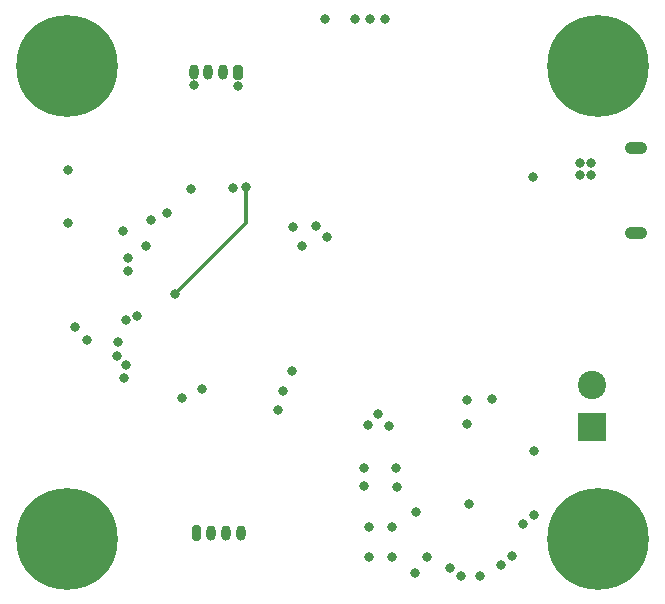
<source format=gbr>
%TF.GenerationSoftware,KiCad,Pcbnew,5.1.10-88a1d61d58~90~ubuntu20.04.1*%
%TF.CreationDate,2021-12-12T00:04:41-03:00*%
%TF.ProjectId,kicadproj,6b696361-6470-4726-9f6a-2e6b69636164,rev?*%
%TF.SameCoordinates,Original*%
%TF.FileFunction,Copper,L4,Bot*%
%TF.FilePolarity,Positive*%
%FSLAX46Y46*%
G04 Gerber Fmt 4.6, Leading zero omitted, Abs format (unit mm)*
G04 Created by KiCad (PCBNEW 5.1.10-88a1d61d58~90~ubuntu20.04.1) date 2021-12-12 00:04:41*
%MOMM*%
%LPD*%
G01*
G04 APERTURE LIST*
%TA.AperFunction,ComponentPad*%
%ADD10C,8.600000*%
%TD*%
%TA.AperFunction,ComponentPad*%
%ADD11C,0.900000*%
%TD*%
%TA.AperFunction,ComponentPad*%
%ADD12R,2.400000X2.400000*%
%TD*%
%TA.AperFunction,ComponentPad*%
%ADD13C,2.400000*%
%TD*%
%TA.AperFunction,ComponentPad*%
%ADD14O,0.800000X1.300000*%
%TD*%
%TA.AperFunction,ComponentPad*%
%ADD15O,1.900000X1.050000*%
%TD*%
%TA.AperFunction,ViaPad*%
%ADD16C,0.800000*%
%TD*%
%TA.AperFunction,Conductor*%
%ADD17C,0.300000*%
%TD*%
G04 APERTURE END LIST*
D10*
%TO.P,H1,1*%
%TO.N,GND*%
X140500000Y-96000000D03*
D11*
X143725000Y-96000000D03*
X142780419Y-98280419D03*
X140500000Y-99225000D03*
X138219581Y-98280419D03*
X137275000Y-96000000D03*
X138219581Y-93719581D03*
X140500000Y-92775000D03*
X142780419Y-93719581D03*
%TD*%
%TO.P,H2,1*%
%TO.N,GND*%
X187780419Y-93719581D03*
X185500000Y-92775000D03*
X183219581Y-93719581D03*
X182275000Y-96000000D03*
X183219581Y-98280419D03*
X185500000Y-99225000D03*
X187780419Y-98280419D03*
X188725000Y-96000000D03*
D10*
X185500000Y-96000000D03*
%TD*%
%TO.P,H3,1*%
%TO.N,GND*%
X185500000Y-136000000D03*
D11*
X188725000Y-136000000D03*
X187780419Y-138280419D03*
X185500000Y-139225000D03*
X183219581Y-138280419D03*
X182275000Y-136000000D03*
X183219581Y-133719581D03*
X185500000Y-132775000D03*
X187780419Y-133719581D03*
%TD*%
%TO.P,H4,1*%
%TO.N,GND*%
X142780419Y-133719581D03*
X140500000Y-132775000D03*
X138219581Y-133719581D03*
X137275000Y-136000000D03*
X138219581Y-138280419D03*
X140500000Y-139225000D03*
X142780419Y-138280419D03*
X143725000Y-136000000D03*
D10*
X140500000Y-136000000D03*
%TD*%
D12*
%TO.P,J1,1*%
%TO.N,+12V*%
X185000000Y-126500000D03*
D13*
%TO.P,J1,2*%
%TO.N,GND*%
X185000000Y-123000000D03*
%TD*%
D14*
%TO.P,J2,4*%
%TO.N,GND*%
X151250000Y-96500000D03*
%TO.P,J2,3*%
%TO.N,I2C1_SDA*%
X152500000Y-96500000D03*
%TO.P,J2,2*%
%TO.N,I2C1_SCL*%
X153750000Y-96500000D03*
%TO.P,J2,1*%
%TO.N,+3V3*%
%TA.AperFunction,ComponentPad*%
G36*
G01*
X155400000Y-96050000D02*
X155400000Y-96950000D01*
G75*
G02*
X155200000Y-97150000I-200000J0D01*
G01*
X154800000Y-97150000D01*
G75*
G02*
X154600000Y-96950000I0J200000D01*
G01*
X154600000Y-96050000D01*
G75*
G02*
X154800000Y-95850000I200000J0D01*
G01*
X155200000Y-95850000D01*
G75*
G02*
X155400000Y-96050000I0J-200000D01*
G01*
G37*
%TD.AperFunction*%
%TD*%
%TO.P,J4,1*%
%TO.N,+3V3*%
%TA.AperFunction,ComponentPad*%
G36*
G01*
X151100000Y-135950000D02*
X151100000Y-135050000D01*
G75*
G02*
X151300000Y-134850000I200000J0D01*
G01*
X151700000Y-134850000D01*
G75*
G02*
X151900000Y-135050000I0J-200000D01*
G01*
X151900000Y-135950000D01*
G75*
G02*
X151700000Y-136150000I-200000J0D01*
G01*
X151300000Y-136150000D01*
G75*
G02*
X151100000Y-135950000I0J200000D01*
G01*
G37*
%TD.AperFunction*%
%TO.P,J4,2*%
%TO.N,USART3_TX*%
X152750000Y-135500000D03*
%TO.P,J4,3*%
%TO.N,USART3_RX*%
X154000000Y-135500000D03*
%TO.P,J4,4*%
%TO.N,GND*%
X155250000Y-135500000D03*
%TD*%
D15*
%TO.P,J5,6*%
%TO.N,Net-(J5-Pad6)*%
X188700000Y-102925000D03*
X188700000Y-110075000D03*
%TD*%
D16*
%TO.N,+3V3*%
X167450000Y-92000000D03*
X165650000Y-131525000D03*
X177300000Y-138250000D03*
X175500000Y-139175000D03*
X155000000Y-97625000D03*
X151925000Y-123325000D03*
X144775000Y-120500000D03*
X140600000Y-104750000D03*
X147675000Y-108975000D03*
X154575000Y-106325000D03*
X151000000Y-106350000D03*
X145700000Y-112250000D03*
X159550000Y-121825000D03*
X160400000Y-111250000D03*
X165675000Y-129975000D03*
X166100000Y-135025000D03*
X166075000Y-137550000D03*
X145495000Y-121250000D03*
X168425000Y-130000000D03*
X168450000Y-131575000D03*
X168075000Y-135000000D03*
X168075000Y-137550000D03*
X178225000Y-137450000D03*
%TO.N,GND*%
X166200000Y-92000000D03*
X164900000Y-92000000D03*
X162375000Y-91975000D03*
X162525000Y-110425000D03*
X161625000Y-109525000D03*
X176550000Y-124200000D03*
X174425000Y-124250000D03*
X179100000Y-134750000D03*
X173875000Y-139125000D03*
X171025000Y-137575000D03*
X151250000Y-97600000D03*
X159675000Y-109575000D03*
X158825000Y-123475000D03*
X158400000Y-125100000D03*
X145325000Y-122400000D03*
X144825000Y-119375000D03*
X146450000Y-117150000D03*
X142225000Y-119150000D03*
X145700000Y-113300000D03*
X147200000Y-111250000D03*
X145250000Y-109900000D03*
X140625000Y-109250000D03*
X145515240Y-117500000D03*
X150250000Y-124050000D03*
X149000000Y-108450000D03*
X184925000Y-105200000D03*
X170050000Y-133725000D03*
X166850000Y-125425000D03*
X165975000Y-126400000D03*
X180075000Y-128600000D03*
X170025000Y-138900000D03*
X172950000Y-138450000D03*
X180050000Y-133975000D03*
X174425000Y-126275000D03*
X167775000Y-126450000D03*
X174550000Y-133050000D03*
X183950000Y-105200000D03*
X183950000Y-104200000D03*
X184925000Y-104200000D03*
X141225000Y-118025000D03*
X180025000Y-105375000D03*
%TO.N,NRST*%
X149708934Y-115234875D03*
X155650000Y-106250000D03*
%TD*%
D17*
%TO.N,NRST*%
X155650000Y-109293809D02*
X155650000Y-106250000D01*
X149708934Y-115234875D02*
X155650000Y-109293809D01*
%TD*%
M02*

</source>
